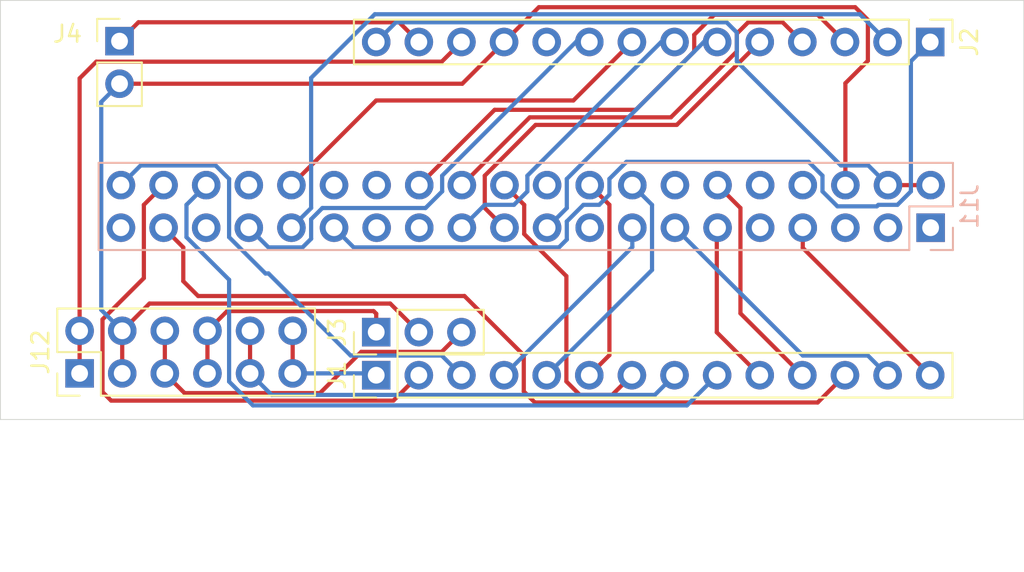
<source format=kicad_pcb>
(kicad_pcb (version 20171130) (host pcbnew 5.1.9-1.fc33)

  (general
    (thickness 1.6)
    (drawings 5)
    (tracks 173)
    (zones 0)
    (modules 6)
    (nets 30)
  )

  (page A4)
  (layers
    (0 F.Cu signal)
    (31 B.Cu signal)
    (32 B.Adhes user)
    (33 F.Adhes user)
    (34 B.Paste user)
    (35 F.Paste user)
    (36 B.SilkS user)
    (37 F.SilkS user)
    (38 B.Mask user)
    (39 F.Mask user)
    (40 Dwgs.User user)
    (41 Cmts.User user)
    (42 Eco1.User user)
    (43 Eco2.User user)
    (44 Edge.Cuts user)
    (45 Margin user)
    (46 B.CrtYd user)
    (47 F.CrtYd user)
    (48 B.Fab user)
    (49 F.Fab user)
  )

  (setup
    (last_trace_width 0.25)
    (trace_clearance 0.2)
    (zone_clearance 0.508)
    (zone_45_only no)
    (trace_min 0.2)
    (via_size 0.8)
    (via_drill 0.4)
    (via_min_size 0.4)
    (via_min_drill 0.3)
    (uvia_size 0.3)
    (uvia_drill 0.1)
    (uvias_allowed no)
    (uvia_min_size 0.2)
    (uvia_min_drill 0.1)
    (edge_width 0.05)
    (segment_width 0.2)
    (pcb_text_width 0.3)
    (pcb_text_size 1.5 1.5)
    (mod_edge_width 0.12)
    (mod_text_size 1 1)
    (mod_text_width 0.15)
    (pad_size 1.524 1.524)
    (pad_drill 0.762)
    (pad_to_mask_clearance 0)
    (aux_axis_origin 85 150)
    (grid_origin 85 150)
    (visible_elements FFFFFF7F)
    (pcbplotparams
      (layerselection 0x010fc_ffffffff)
      (usegerberextensions false)
      (usegerberattributes true)
      (usegerberadvancedattributes true)
      (creategerberjobfile true)
      (excludeedgelayer true)
      (linewidth 0.100000)
      (plotframeref false)
      (viasonmask false)
      (mode 1)
      (useauxorigin false)
      (hpglpennumber 1)
      (hpglpenspeed 20)
      (hpglpendiameter 15.000000)
      (psnegative false)
      (psa4output false)
      (plotreference true)
      (plotvalue true)
      (plotinvisibletext false)
      (padsonsilk false)
      (subtractmaskfromsilk false)
      (outputformat 1)
      (mirror false)
      (drillshape 0)
      (scaleselection 1)
      (outputdirectory "gerbers/"))
  )

  (net 0 "")
  (net 1 /GPIO0)
  (net 2 /XLED0)
  (net 3 /XLED1)
  (net 4 /XLED2)
  (net 5 /XLED3)
  (net 6 /XLED4)
  (net 7 /XLED5)
  (net 8 /GPIO8)
  (net 9 /ROW0)
  (net 10 /ROW1)
  (net 11 /ROW2)
  (net 12 /COL0)
  (net 13 /COL1)
  (net 14 /COL2)
  (net 15 /VCC5)
  (net 16 /VIN)
  (net 17 /VCC33)
  (net 18 /GND)
  (net 19 /COL11)
  (net 20 /COL10)
  (net 21 /COL9)
  (net 22 /COL8)
  (net 23 /COL7)
  (net 24 /COL6)
  (net 25 /COL5)
  (net 26 /COL4)
  (net 27 /COL3)
  (net 28 /GPIO23)
  (net 29 /GPIO24)

  (net_class Default "This is the default net class."
    (clearance 0.2)
    (trace_width 0.25)
    (via_dia 0.8)
    (via_drill 0.4)
    (uvia_dia 0.3)
    (uvia_drill 0.1)
    (add_net /COL0)
    (add_net /COL1)
    (add_net /COL10)
    (add_net /COL11)
    (add_net /COL2)
    (add_net /COL3)
    (add_net /COL4)
    (add_net /COL5)
    (add_net /COL6)
    (add_net /COL7)
    (add_net /COL8)
    (add_net /COL9)
    (add_net /GND)
    (add_net /GPIO0)
    (add_net /GPIO23)
    (add_net /GPIO24)
    (add_net /GPIO8)
    (add_net /ROW0)
    (add_net /ROW1)
    (add_net /ROW2)
    (add_net /VCC33)
    (add_net /VCC5)
    (add_net /VIN)
    (add_net /XLED0)
    (add_net /XLED1)
    (add_net /XLED2)
    (add_net /XLED3)
    (add_net /XLED4)
    (add_net /XLED5)
  )

  (module Connector_PinHeader_2.54mm:PinHeader_1x14_P2.54mm_Vertical (layer F.Cu) (tedit 59FED5CC) (tstamp 5FBB27B8)
    (at 107.4 147.36 90)
    (descr "Through hole straight pin header, 1x14, 2.54mm pitch, single row")
    (tags "Through hole pin header THT 1x14 2.54mm single row")
    (path /5FBAC3D5)
    (fp_text reference J1 (at 0 -2.33 90) (layer F.SilkS)
      (effects (font (size 1 1) (thickness 0.15)))
    )
    (fp_text value Conn_01x14 (at 19.406999 1.259599 90) (layer F.Fab) hide
      (effects (font (size 1 1) (thickness 0.15)))
    )
    (fp_line (start -0.635 -1.27) (end 1.27 -1.27) (layer F.Fab) (width 0.1))
    (fp_line (start 1.27 -1.27) (end 1.27 34.29) (layer F.Fab) (width 0.1))
    (fp_line (start 1.27 34.29) (end -1.27 34.29) (layer F.Fab) (width 0.1))
    (fp_line (start -1.27 34.29) (end -1.27 -0.635) (layer F.Fab) (width 0.1))
    (fp_line (start -1.27 -0.635) (end -0.635 -1.27) (layer F.Fab) (width 0.1))
    (fp_line (start -1.33 34.35) (end 1.33 34.35) (layer F.SilkS) (width 0.12))
    (fp_line (start -1.33 1.27) (end -1.33 34.35) (layer F.SilkS) (width 0.12))
    (fp_line (start 1.33 1.27) (end 1.33 34.35) (layer F.SilkS) (width 0.12))
    (fp_line (start -1.33 1.27) (end 1.33 1.27) (layer F.SilkS) (width 0.12))
    (fp_line (start -1.33 0) (end -1.33 -1.33) (layer F.SilkS) (width 0.12))
    (fp_line (start -1.33 -1.33) (end 0 -1.33) (layer F.SilkS) (width 0.12))
    (fp_line (start -1.8 -1.8) (end -1.8 34.8) (layer F.CrtYd) (width 0.05))
    (fp_line (start -1.8 34.8) (end 1.8 34.8) (layer F.CrtYd) (width 0.05))
    (fp_line (start 1.8 34.8) (end 1.8 -1.8) (layer F.CrtYd) (width 0.05))
    (fp_line (start 1.8 -1.8) (end -1.8 -1.8) (layer F.CrtYd) (width 0.05))
    (fp_text user %R (at 0 16.51) (layer F.Fab)
      (effects (font (size 1 1) (thickness 0.15)))
    )
    (pad 1 thru_hole rect (at 0 0 90) (size 1.7 1.7) (drill 1) (layers *.Cu *.Mask)
      (net 1 /GPIO0))
    (pad 2 thru_hole oval (at 0 2.54 90) (size 1.7 1.7) (drill 1) (layers *.Cu *.Mask)
      (net 2 /XLED0))
    (pad 3 thru_hole oval (at 0 5.08 90) (size 1.7 1.7) (drill 1) (layers *.Cu *.Mask)
      (net 3 /XLED1))
    (pad 4 thru_hole oval (at 0 7.62 90) (size 1.7 1.7) (drill 1) (layers *.Cu *.Mask)
      (net 4 /XLED2))
    (pad 5 thru_hole oval (at 0 10.16 90) (size 1.7 1.7) (drill 1) (layers *.Cu *.Mask)
      (net 5 /XLED3))
    (pad 6 thru_hole oval (at 0 12.7 90) (size 1.7 1.7) (drill 1) (layers *.Cu *.Mask)
      (net 6 /XLED4))
    (pad 7 thru_hole oval (at 0 15.24 90) (size 1.7 1.7) (drill 1) (layers *.Cu *.Mask)
      (net 7 /XLED5))
    (pad 8 thru_hole oval (at 0 17.78 90) (size 1.7 1.7) (drill 1) (layers *.Cu *.Mask)
      (net 8 /GPIO8))
    (pad 9 thru_hole oval (at 0 20.32 90) (size 1.7 1.7) (drill 1) (layers *.Cu *.Mask)
      (net 9 /ROW0))
    (pad 10 thru_hole oval (at 0 22.86 90) (size 1.7 1.7) (drill 1) (layers *.Cu *.Mask)
      (net 10 /ROW1))
    (pad 11 thru_hole oval (at 0 25.4 90) (size 1.7 1.7) (drill 1) (layers *.Cu *.Mask)
      (net 11 /ROW2))
    (pad 12 thru_hole oval (at 0 27.94 90) (size 1.7 1.7) (drill 1) (layers *.Cu *.Mask)
      (net 12 /COL0))
    (pad 13 thru_hole oval (at 0 30.48 90) (size 1.7 1.7) (drill 1) (layers *.Cu *.Mask)
      (net 13 /COL1))
    (pad 14 thru_hole oval (at 0 33.02 90) (size 1.7 1.7) (drill 1) (layers *.Cu *.Mask)
      (net 14 /COL2))
    (model ${KISYS3DMOD}/Connector_PinHeader_2.54mm.3dshapes/PinHeader_1x14_P2.54mm_Vertical.wrl
      (at (xyz 0 0 0))
      (scale (xyz 1 1 1))
      (rotate (xyz 0 0 0))
    )
  )

  (module Connector_PinHeader_2.54mm:PinHeader_1x14_P2.54mm_Vertical (layer F.Cu) (tedit 59FED5CC) (tstamp 5FBB1701)
    (at 140.42 127.48 270)
    (descr "Through hole straight pin header, 1x14, 2.54mm pitch, single row")
    (tags "Through hole pin header THT 1x14 2.54mm single row")
    (path /5FBAF689)
    (fp_text reference J2 (at 0 -2.33 90) (layer F.SilkS)
      (effects (font (size 1 1) (thickness 0.15)))
    )
    (fp_text value Conn_01x14 (at 0 35.35 90) (layer F.Fab) hide
      (effects (font (size 1 1) (thickness 0.15)))
    )
    (fp_line (start 1.8 -1.8) (end -1.8 -1.8) (layer F.CrtYd) (width 0.05))
    (fp_line (start 1.8 34.8) (end 1.8 -1.8) (layer F.CrtYd) (width 0.05))
    (fp_line (start -1.8 34.8) (end 1.8 34.8) (layer F.CrtYd) (width 0.05))
    (fp_line (start -1.8 -1.8) (end -1.8 34.8) (layer F.CrtYd) (width 0.05))
    (fp_line (start -1.33 -1.33) (end 0 -1.33) (layer F.SilkS) (width 0.12))
    (fp_line (start -1.33 0) (end -1.33 -1.33) (layer F.SilkS) (width 0.12))
    (fp_line (start -1.33 1.27) (end 1.33 1.27) (layer F.SilkS) (width 0.12))
    (fp_line (start 1.33 1.27) (end 1.33 34.35) (layer F.SilkS) (width 0.12))
    (fp_line (start -1.33 1.27) (end -1.33 34.35) (layer F.SilkS) (width 0.12))
    (fp_line (start -1.33 34.35) (end 1.33 34.35) (layer F.SilkS) (width 0.12))
    (fp_line (start -1.27 -0.635) (end -0.635 -1.27) (layer F.Fab) (width 0.1))
    (fp_line (start -1.27 34.29) (end -1.27 -0.635) (layer F.Fab) (width 0.1))
    (fp_line (start 1.27 34.29) (end -1.27 34.29) (layer F.Fab) (width 0.1))
    (fp_line (start 1.27 -1.27) (end 1.27 34.29) (layer F.Fab) (width 0.1))
    (fp_line (start -0.635 -1.27) (end 1.27 -1.27) (layer F.Fab) (width 0.1))
    (fp_text user %R (at 0 16.51) (layer F.Fab)
      (effects (font (size 1 1) (thickness 0.15)))
    )
    (pad 14 thru_hole oval (at 0 33.02 270) (size 1.7 1.7) (drill 1) (layers *.Cu *.Mask)
      (net 15 /VCC5))
    (pad 13 thru_hole oval (at 0 30.48 270) (size 1.7 1.7) (drill 1) (layers *.Cu *.Mask)
      (net 16 /VIN))
    (pad 12 thru_hole oval (at 0 27.94 270) (size 1.7 1.7) (drill 1) (layers *.Cu *.Mask)
      (net 17 /VCC33))
    (pad 11 thru_hole oval (at 0 25.4 270) (size 1.7 1.7) (drill 1) (layers *.Cu *.Mask)
      (net 18 /GND))
    (pad 10 thru_hole oval (at 0 22.86 270) (size 1.7 1.7) (drill 1) (layers *.Cu *.Mask))
    (pad 9 thru_hole oval (at 0 20.32 270) (size 1.7 1.7) (drill 1) (layers *.Cu *.Mask)
      (net 19 /COL11))
    (pad 8 thru_hole oval (at 0 17.78 270) (size 1.7 1.7) (drill 1) (layers *.Cu *.Mask)
      (net 20 /COL10))
    (pad 7 thru_hole oval (at 0 15.24 270) (size 1.7 1.7) (drill 1) (layers *.Cu *.Mask)
      (net 21 /COL9))
    (pad 6 thru_hole oval (at 0 12.7 270) (size 1.7 1.7) (drill 1) (layers *.Cu *.Mask)
      (net 22 /COL8))
    (pad 5 thru_hole oval (at 0 10.16 270) (size 1.7 1.7) (drill 1) (layers *.Cu *.Mask)
      (net 23 /COL7))
    (pad 4 thru_hole oval (at 0 7.62 270) (size 1.7 1.7) (drill 1) (layers *.Cu *.Mask)
      (net 24 /COL6))
    (pad 3 thru_hole oval (at 0 5.08 270) (size 1.7 1.7) (drill 1) (layers *.Cu *.Mask)
      (net 25 /COL5))
    (pad 2 thru_hole oval (at 0 2.54 270) (size 1.7 1.7) (drill 1) (layers *.Cu *.Mask)
      (net 26 /COL4))
    (pad 1 thru_hole rect (at 0 0 270) (size 1.7 1.7) (drill 1) (layers *.Cu *.Mask)
      (net 27 /COL3))
    (model ${KISYS3DMOD}/Connector_PinHeader_2.54mm.3dshapes/PinHeader_1x14_P2.54mm_Vertical.wrl
      (at (xyz 0 0 0))
      (scale (xyz 1 1 1))
      (rotate (xyz 0 0 0))
    )
  )

  (module Connector_PinHeader_2.54mm:PinHeader_1x03_P2.54mm_Vertical (layer F.Cu) (tedit 59FED5CC) (tstamp 5FBB2464)
    (at 107.4 144.79 90)
    (descr "Through hole straight pin header, 1x03, 2.54mm pitch, single row")
    (tags "Through hole pin header THT 1x03 2.54mm single row")
    (path /5FBBA441)
    (fp_text reference J3 (at 0 -2.33 90) (layer F.SilkS)
      (effects (font (size 1 1) (thickness 0.15)))
    )
    (fp_text value Conn_01x03 (at 0 7.41 90) (layer F.Fab) hide
      (effects (font (size 1 1) (thickness 0.15)))
    )
    (fp_line (start -0.635 -1.27) (end 1.27 -1.27) (layer F.Fab) (width 0.1))
    (fp_line (start 1.27 -1.27) (end 1.27 6.35) (layer F.Fab) (width 0.1))
    (fp_line (start 1.27 6.35) (end -1.27 6.35) (layer F.Fab) (width 0.1))
    (fp_line (start -1.27 6.35) (end -1.27 -0.635) (layer F.Fab) (width 0.1))
    (fp_line (start -1.27 -0.635) (end -0.635 -1.27) (layer F.Fab) (width 0.1))
    (fp_line (start -1.33 6.41) (end 1.33 6.41) (layer F.SilkS) (width 0.12))
    (fp_line (start -1.33 1.27) (end -1.33 6.41) (layer F.SilkS) (width 0.12))
    (fp_line (start 1.33 1.27) (end 1.33 6.41) (layer F.SilkS) (width 0.12))
    (fp_line (start -1.33 1.27) (end 1.33 1.27) (layer F.SilkS) (width 0.12))
    (fp_line (start -1.33 0) (end -1.33 -1.33) (layer F.SilkS) (width 0.12))
    (fp_line (start -1.33 -1.33) (end 0 -1.33) (layer F.SilkS) (width 0.12))
    (fp_line (start -1.8 -1.8) (end -1.8 6.85) (layer F.CrtYd) (width 0.05))
    (fp_line (start -1.8 6.85) (end 1.8 6.85) (layer F.CrtYd) (width 0.05))
    (fp_line (start 1.8 6.85) (end 1.8 -1.8) (layer F.CrtYd) (width 0.05))
    (fp_line (start 1.8 -1.8) (end -1.8 -1.8) (layer F.CrtYd) (width 0.05))
    (fp_text user %R (at 0 2.54) (layer F.Fab)
      (effects (font (size 1 1) (thickness 0.15)))
    )
    (pad 1 thru_hole rect (at 0 0 90) (size 1.7 1.7) (drill 1) (layers *.Cu *.Mask)
      (net 28 /GPIO23))
    (pad 2 thru_hole oval (at 0 2.54 90) (size 1.7 1.7) (drill 1) (layers *.Cu *.Mask)
      (net 18 /GND))
    (pad 3 thru_hole oval (at 0 5.08 90) (size 1.7 1.7) (drill 1) (layers *.Cu *.Mask)
      (net 29 /GPIO24))
    (model ${KISYS3DMOD}/Connector_PinHeader_2.54mm.3dshapes/PinHeader_1x03_P2.54mm_Vertical.wrl
      (at (xyz 0 0 0))
      (scale (xyz 1 1 1))
      (rotate (xyz 0 0 0))
    )
  )

  (module Connector_PinHeader_2.54mm:PinHeader_1x02_P2.54mm_Vertical (layer F.Cu) (tedit 59FED5CC) (tstamp 5FBB172E)
    (at 92.1 127.43)
    (descr "Through hole straight pin header, 1x02, 2.54mm pitch, single row")
    (tags "Through hole pin header THT 1x02 2.54mm single row")
    (path /5FC5FB85)
    (fp_text reference J4 (at -3.1 -0.43) (layer F.SilkS)
      (effects (font (size 1 1) (thickness 0.15)))
    )
    (fp_text value Conn_01x02 (at 0 4.87) (layer F.Fab) hide
      (effects (font (size 1 1) (thickness 0.15)))
    )
    (fp_line (start -0.635 -1.27) (end 1.27 -1.27) (layer F.Fab) (width 0.1))
    (fp_line (start 1.27 -1.27) (end 1.27 3.81) (layer F.Fab) (width 0.1))
    (fp_line (start 1.27 3.81) (end -1.27 3.81) (layer F.Fab) (width 0.1))
    (fp_line (start -1.27 3.81) (end -1.27 -0.635) (layer F.Fab) (width 0.1))
    (fp_line (start -1.27 -0.635) (end -0.635 -1.27) (layer F.Fab) (width 0.1))
    (fp_line (start -1.33 3.87) (end 1.33 3.87) (layer F.SilkS) (width 0.12))
    (fp_line (start -1.33 1.27) (end -1.33 3.87) (layer F.SilkS) (width 0.12))
    (fp_line (start 1.33 1.27) (end 1.33 3.87) (layer F.SilkS) (width 0.12))
    (fp_line (start -1.33 1.27) (end 1.33 1.27) (layer F.SilkS) (width 0.12))
    (fp_line (start -1.33 0) (end -1.33 -1.33) (layer F.SilkS) (width 0.12))
    (fp_line (start -1.33 -1.33) (end 0 -1.33) (layer F.SilkS) (width 0.12))
    (fp_line (start -1.8 -1.8) (end -1.8 4.35) (layer F.CrtYd) (width 0.05))
    (fp_line (start -1.8 4.35) (end 1.8 4.35) (layer F.CrtYd) (width 0.05))
    (fp_line (start 1.8 4.35) (end 1.8 -1.8) (layer F.CrtYd) (width 0.05))
    (fp_line (start 1.8 -1.8) (end -1.8 -1.8) (layer F.CrtYd) (width 0.05))
    (fp_text user %R (at 0 1.27 90) (layer F.Fab)
      (effects (font (size 1 1) (thickness 0.15)))
    )
    (pad 1 thru_hole rect (at 0 0) (size 1.7 1.7) (drill 1) (layers *.Cu *.Mask)
      (net 16 /VIN))
    (pad 2 thru_hole oval (at 0 2.54) (size 1.7 1.7) (drill 1) (layers *.Cu *.Mask)
      (net 18 /GND))
    (model ${KISYS3DMOD}/Connector_PinHeader_2.54mm.3dshapes/PinHeader_1x02_P2.54mm_Vertical.wrl
      (at (xyz 0 0 0))
      (scale (xyz 1 1 1))
      (rotate (xyz 0 0 0))
    )
  )

  (module Connector_PinHeader_2.54mm:PinHeader_2x20_P2.54mm_Vertical (layer B.Cu) (tedit 59FED5CC) (tstamp 5FBB28E5)
    (at 140.445 138.56 90)
    (descr "Through hole straight pin header, 2x20, 2.54mm pitch, double rows")
    (tags "Through hole pin header THT 2x20 2.54mm double row")
    (path /5FBC1CCF)
    (fp_text reference J11 (at 1.27 2.33 90) (layer B.SilkS)
      (effects (font (size 1 1) (thickness 0.15)) (justify mirror))
    )
    (fp_text value Conn_02x20_Odd_Even (at 1.27 -50.59 90) (layer B.Fab) hide
      (effects (font (size 1 1) (thickness 0.15)) (justify mirror))
    )
    (fp_line (start 0 1.27) (end 3.81 1.27) (layer B.Fab) (width 0.1))
    (fp_line (start 3.81 1.27) (end 3.81 -49.53) (layer B.Fab) (width 0.1))
    (fp_line (start 3.81 -49.53) (end -1.27 -49.53) (layer B.Fab) (width 0.1))
    (fp_line (start -1.27 -49.53) (end -1.27 0) (layer B.Fab) (width 0.1))
    (fp_line (start -1.27 0) (end 0 1.27) (layer B.Fab) (width 0.1))
    (fp_line (start -1.33 -49.59) (end 3.87 -49.59) (layer B.SilkS) (width 0.12))
    (fp_line (start -1.33 -1.27) (end -1.33 -49.59) (layer B.SilkS) (width 0.12))
    (fp_line (start 3.87 1.33) (end 3.87 -49.59) (layer B.SilkS) (width 0.12))
    (fp_line (start -1.33 -1.27) (end 1.27 -1.27) (layer B.SilkS) (width 0.12))
    (fp_line (start 1.27 -1.27) (end 1.27 1.33) (layer B.SilkS) (width 0.12))
    (fp_line (start 1.27 1.33) (end 3.87 1.33) (layer B.SilkS) (width 0.12))
    (fp_line (start -1.33 0) (end -1.33 1.33) (layer B.SilkS) (width 0.12))
    (fp_line (start -1.33 1.33) (end 0 1.33) (layer B.SilkS) (width 0.12))
    (fp_line (start -1.8 1.8) (end -1.8 -50.05) (layer B.CrtYd) (width 0.05))
    (fp_line (start -1.8 -50.05) (end 4.35 -50.05) (layer B.CrtYd) (width 0.05))
    (fp_line (start 4.35 -50.05) (end 4.35 1.8) (layer B.CrtYd) (width 0.05))
    (fp_line (start 4.35 1.8) (end -1.8 1.8) (layer B.CrtYd) (width 0.05))
    (fp_text user %R (at 1.27 -24.13 180) (layer B.Fab)
      (effects (font (size 1 1) (thickness 0.15)) (justify mirror))
    )
    (pad 1 thru_hole rect (at 0 0 90) (size 1.7 1.7) (drill 1) (layers *.Cu *.Mask))
    (pad 2 thru_hole oval (at 2.54 0 90) (size 1.7 1.7) (drill 1) (layers *.Cu *.Mask)
      (net 15 /VCC5))
    (pad 3 thru_hole oval (at 0 -2.54 90) (size 1.7 1.7) (drill 1) (layers *.Cu *.Mask))
    (pad 4 thru_hole oval (at 2.54 -2.54 90) (size 1.7 1.7) (drill 1) (layers *.Cu *.Mask)
      (net 15 /VCC5))
    (pad 5 thru_hole oval (at 0 -5.08 90) (size 1.7 1.7) (drill 1) (layers *.Cu *.Mask))
    (pad 6 thru_hole oval (at 2.54 -5.08 90) (size 1.7 1.7) (drill 1) (layers *.Cu *.Mask)
      (net 18 /GND))
    (pad 7 thru_hole oval (at 0 -7.62 90) (size 1.7 1.7) (drill 1) (layers *.Cu *.Mask)
      (net 14 /COL2))
    (pad 8 thru_hole oval (at 2.54 -7.62 90) (size 1.7 1.7) (drill 1) (layers *.Cu *.Mask))
    (pad 9 thru_hole oval (at 0 -10.16 90) (size 1.7 1.7) (drill 1) (layers *.Cu *.Mask))
    (pad 10 thru_hole oval (at 2.54 -10.16 90) (size 1.7 1.7) (drill 1) (layers *.Cu *.Mask))
    (pad 11 thru_hole oval (at 0 -12.7 90) (size 1.7 1.7) (drill 1) (layers *.Cu *.Mask)
      (net 10 /ROW1))
    (pad 12 thru_hole oval (at 2.54 -12.7 90) (size 1.7 1.7) (drill 1) (layers *.Cu *.Mask)
      (net 11 /ROW2))
    (pad 13 thru_hole oval (at 0 -15.24 90) (size 1.7 1.7) (drill 1) (layers *.Cu *.Mask)
      (net 13 /COL1))
    (pad 14 thru_hole oval (at 2.54 -15.24 90) (size 1.7 1.7) (drill 1) (layers *.Cu *.Mask))
    (pad 15 thru_hole oval (at 0 -17.78 90) (size 1.7 1.7) (drill 1) (layers *.Cu *.Mask)
      (net 4 /XLED2))
    (pad 16 thru_hole oval (at 2.54 -17.78 90) (size 1.7 1.7) (drill 1) (layers *.Cu *.Mask)
      (net 5 /XLED3))
    (pad 17 thru_hole oval (at 0 -20.32 90) (size 1.7 1.7) (drill 1) (layers *.Cu *.Mask))
    (pad 18 thru_hole oval (at 2.54 -20.32 90) (size 1.7 1.7) (drill 1) (layers *.Cu *.Mask)
      (net 6 /XLED4))
    (pad 19 thru_hole oval (at 0 -22.86 90) (size 1.7 1.7) (drill 1) (layers *.Cu *.Mask)
      (net 22 /COL8))
    (pad 20 thru_hole oval (at 2.54 -22.86 90) (size 1.7 1.7) (drill 1) (layers *.Cu *.Mask))
    (pad 21 thru_hole oval (at 0 -25.4 90) (size 1.7 1.7) (drill 1) (layers *.Cu *.Mask)
      (net 23 /COL7))
    (pad 22 thru_hole oval (at 2.54 -25.4 90) (size 1.7 1.7) (drill 1) (layers *.Cu *.Mask)
      (net 7 /XLED5))
    (pad 23 thru_hole oval (at 0 -27.94 90) (size 1.7 1.7) (drill 1) (layers *.Cu *.Mask)
      (net 21 /COL9))
    (pad 24 thru_hole oval (at 2.54 -27.94 90) (size 1.7 1.7) (drill 1) (layers *.Cu *.Mask)
      (net 24 /COL6))
    (pad 25 thru_hole oval (at 0 -30.48 90) (size 1.7 1.7) (drill 1) (layers *.Cu *.Mask))
    (pad 26 thru_hole oval (at 2.54 -30.48 90) (size 1.7 1.7) (drill 1) (layers *.Cu *.Mask)
      (net 25 /COL5))
    (pad 27 thru_hole oval (at 0 -33.02 90) (size 1.7 1.7) (drill 1) (layers *.Cu *.Mask))
    (pad 28 thru_hole oval (at 2.54 -33.02 90) (size 1.7 1.7) (drill 1) (layers *.Cu *.Mask))
    (pad 29 thru_hole oval (at 0 -35.56 90) (size 1.7 1.7) (drill 1) (layers *.Cu *.Mask)
      (net 27 /COL3))
    (pad 30 thru_hole oval (at 2.54 -35.56 90) (size 1.7 1.7) (drill 1) (layers *.Cu *.Mask))
    (pad 31 thru_hole oval (at 0 -38.1 90) (size 1.7 1.7) (drill 1) (layers *.Cu *.Mask)
      (net 26 /COL4))
    (pad 32 thru_hole oval (at 2.54 -38.1 90) (size 1.7 1.7) (drill 1) (layers *.Cu *.Mask)
      (net 20 /COL10))
    (pad 33 thru_hole oval (at 0 -40.64 90) (size 1.7 1.7) (drill 1) (layers *.Cu *.Mask)
      (net 19 /COL11))
    (pad 34 thru_hole oval (at 2.54 -40.64 90) (size 1.7 1.7) (drill 1) (layers *.Cu *.Mask))
    (pad 35 thru_hole oval (at 0 -43.18 90) (size 1.7 1.7) (drill 1) (layers *.Cu *.Mask))
    (pad 36 thru_hole oval (at 2.54 -43.18 90) (size 1.7 1.7) (drill 1) (layers *.Cu *.Mask)
      (net 9 /ROW0))
    (pad 37 thru_hole oval (at 0 -45.72 90) (size 1.7 1.7) (drill 1) (layers *.Cu *.Mask)
      (net 12 /COL0))
    (pad 38 thru_hole oval (at 2.54 -45.72 90) (size 1.7 1.7) (drill 1) (layers *.Cu *.Mask)
      (net 2 /XLED0))
    (pad 39 thru_hole oval (at 0 -48.26 90) (size 1.7 1.7) (drill 1) (layers *.Cu *.Mask))
    (pad 40 thru_hole oval (at 2.54 -48.26 90) (size 1.7 1.7) (drill 1) (layers *.Cu *.Mask)
      (net 3 /XLED1))
    (model ${KISYS3DMOD}/Connector_PinHeader_2.54mm.3dshapes/PinHeader_2x20_P2.54mm_Vertical.wrl
      (at (xyz 0 0 0))
      (scale (xyz 1 1 1))
      (rotate (xyz 0 0 0))
    )
  )

  (module Connector_PinHeader_2.54mm:PinHeader_2x06_P2.54mm_Vertical (layer F.Cu) (tedit 59FED5CC) (tstamp 5FBB26CF)
    (at 89.72 147.25 90)
    (descr "Through hole straight pin header, 2x06, 2.54mm pitch, double rows")
    (tags "Through hole pin header THT 2x06 2.54mm double row")
    (path /5FC3548C)
    (fp_text reference J12 (at 1.27 -2.33 90) (layer F.SilkS)
      (effects (font (size 1 1) (thickness 0.15)))
    )
    (fp_text value Conn_02x06_Odd_Even (at 1.27 15.03 90) (layer F.Fab) hide
      (effects (font (size 1 1) (thickness 0.15)))
    )
    (fp_line (start 0 -1.27) (end 3.81 -1.27) (layer F.Fab) (width 0.1))
    (fp_line (start 3.81 -1.27) (end 3.81 13.97) (layer F.Fab) (width 0.1))
    (fp_line (start 3.81 13.97) (end -1.27 13.97) (layer F.Fab) (width 0.1))
    (fp_line (start -1.27 13.97) (end -1.27 0) (layer F.Fab) (width 0.1))
    (fp_line (start -1.27 0) (end 0 -1.27) (layer F.Fab) (width 0.1))
    (fp_line (start -1.33 14.03) (end 3.87 14.03) (layer F.SilkS) (width 0.12))
    (fp_line (start -1.33 1.27) (end -1.33 14.03) (layer F.SilkS) (width 0.12))
    (fp_line (start 3.87 -1.33) (end 3.87 14.03) (layer F.SilkS) (width 0.12))
    (fp_line (start -1.33 1.27) (end 1.27 1.27) (layer F.SilkS) (width 0.12))
    (fp_line (start 1.27 1.27) (end 1.27 -1.33) (layer F.SilkS) (width 0.12))
    (fp_line (start 1.27 -1.33) (end 3.87 -1.33) (layer F.SilkS) (width 0.12))
    (fp_line (start -1.33 0) (end -1.33 -1.33) (layer F.SilkS) (width 0.12))
    (fp_line (start -1.33 -1.33) (end 0 -1.33) (layer F.SilkS) (width 0.12))
    (fp_line (start -1.8 -1.8) (end -1.8 14.5) (layer F.CrtYd) (width 0.05))
    (fp_line (start -1.8 14.5) (end 4.35 14.5) (layer F.CrtYd) (width 0.05))
    (fp_line (start 4.35 14.5) (end 4.35 -1.8) (layer F.CrtYd) (width 0.05))
    (fp_line (start 4.35 -1.8) (end -1.8 -1.8) (layer F.CrtYd) (width 0.05))
    (fp_text user %R (at 1.27 6.35) (layer F.Fab)
      (effects (font (size 1 1) (thickness 0.15)))
    )
    (pad 1 thru_hole rect (at 0 0 90) (size 1.7 1.7) (drill 1) (layers *.Cu *.Mask)
      (net 17 /VCC33))
    (pad 2 thru_hole oval (at 2.54 0 90) (size 1.7 1.7) (drill 1) (layers *.Cu *.Mask)
      (net 17 /VCC33))
    (pad 3 thru_hole oval (at 0 2.54 90) (size 1.7 1.7) (drill 1) (layers *.Cu *.Mask)
      (net 18 /GND))
    (pad 4 thru_hole oval (at 2.54 2.54 90) (size 1.7 1.7) (drill 1) (layers *.Cu *.Mask)
      (net 18 /GND))
    (pad 5 thru_hole oval (at 0 5.08 90) (size 1.7 1.7) (drill 1) (layers *.Cu *.Mask)
      (net 29 /GPIO24))
    (pad 6 thru_hole oval (at 2.54 5.08 90) (size 1.7 1.7) (drill 1) (layers *.Cu *.Mask)
      (net 29 /GPIO24))
    (pad 7 thru_hole oval (at 0 7.62 90) (size 1.7 1.7) (drill 1) (layers *.Cu *.Mask)
      (net 28 /GPIO23))
    (pad 8 thru_hole oval (at 2.54 7.62 90) (size 1.7 1.7) (drill 1) (layers *.Cu *.Mask)
      (net 28 /GPIO23))
    (pad 9 thru_hole oval (at 0 10.16 90) (size 1.7 1.7) (drill 1) (layers *.Cu *.Mask)
      (net 8 /GPIO8))
    (pad 10 thru_hole oval (at 2.54 10.16 90) (size 1.7 1.7) (drill 1) (layers *.Cu *.Mask)
      (net 8 /GPIO8))
    (pad 11 thru_hole oval (at 0 12.7 90) (size 1.7 1.7) (drill 1) (layers *.Cu *.Mask)
      (net 1 /GPIO0))
    (pad 12 thru_hole oval (at 2.54 12.7 90) (size 1.7 1.7) (drill 1) (layers *.Cu *.Mask)
      (net 1 /GPIO0))
    (model ${KISYS3DMOD}/Connector_PinHeader_2.54mm.3dshapes/PinHeader_2x06_P2.54mm_Vertical.wrl
      (at (xyz 0 0 0))
      (scale (xyz 1 1 1))
      (rotate (xyz 0 0 0))
    )
  )

  (gr_text "Note - this is a redo of the ck1shim from Sytse van Slooten.\nThe holes should be in the exact right spots, but the tracks\nare somewhat different." (at 92.26 156.65) (layer Eco2.User)
    (effects (font (size 1 1) (thickness 0.15)) (justify left))
  )
  (gr_line (start 146 150) (end 85 150) (layer Edge.Cuts) (width 0.05) (tstamp 5FBB2C8A))
  (gr_line (start 146 125) (end 146 150) (layer Edge.Cuts) (width 0.05))
  (gr_line (start 85 125) (end 146 125) (layer Edge.Cuts) (width 0.05))
  (gr_line (start 85 150) (end 85 125) (layer Edge.Cuts) (width 0.05))

  (segment (start 102.42 144.71) (end 102.42 147.25) (width 0.25) (layer F.Cu) (net 1))
  (segment (start 107.29 147.25) (end 107.4 147.36) (width 0.25) (layer B.Cu) (net 1))
  (segment (start 102.42 147.25) (end 107.29 147.25) (width 0.25) (layer B.Cu) (net 1))
  (segment (start 93.549999 137.195001) (end 93.549999 141.565001) (width 0.25) (layer F.Cu) (net 2))
  (segment (start 94.725 136.02) (end 93.549999 137.195001) (width 0.25) (layer F.Cu) (net 2))
  (segment (start 91.084999 144.030001) (end 91.084999 148.359999) (width 0.25) (layer F.Cu) (net 2))
  (segment (start 93.549999 141.565001) (end 91.084999 144.030001) (width 0.25) (layer F.Cu) (net 2))
  (segment (start 108.424988 148.875012) (end 109.94 147.36) (width 0.25) (layer F.Cu) (net 2))
  (segment (start 91.600012 148.875012) (end 108.424988 148.875012) (width 0.25) (layer F.Cu) (net 2))
  (segment (start 91.084999 148.359999) (end 91.600012 148.875012) (width 0.25) (layer F.Cu) (net 2))
  (segment (start 93.360001 134.844999) (end 92.185 136.02) (width 0.25) (layer B.Cu) (net 3))
  (segment (start 97.829001 134.844999) (end 93.360001 134.844999) (width 0.25) (layer B.Cu) (net 3))
  (segment (start 98.629999 135.645997) (end 97.829001 134.844999) (width 0.25) (layer B.Cu) (net 3))
  (segment (start 98.629999 139.124001) (end 98.629999 135.645997) (width 0.25) (layer B.Cu) (net 3))
  (segment (start 100.795999 141.290001) (end 98.629999 139.124001) (width 0.25) (layer B.Cu) (net 3))
  (segment (start 100.980001 141.290001) (end 100.795999 141.290001) (width 0.25) (layer B.Cu) (net 3))
  (segment (start 105.874999 146.184999) (end 100.980001 141.290001) (width 0.25) (layer B.Cu) (net 3))
  (segment (start 111.304999 146.184999) (end 105.874999 146.184999) (width 0.25) (layer B.Cu) (net 3))
  (segment (start 112.48 147.36) (end 111.304999 146.184999) (width 0.25) (layer B.Cu) (net 3))
  (segment (start 122.665 139.715) (end 122.665 138.56) (width 0.25) (layer B.Cu) (net 4))
  (segment (start 115.02 147.36) (end 122.665 139.715) (width 0.25) (layer B.Cu) (net 4))
  (segment (start 123.840001 141.079999) (end 123.840001 137.195001) (width 0.25) (layer B.Cu) (net 5))
  (segment (start 123.840001 137.195001) (end 122.665 136.02) (width 0.25) (layer B.Cu) (net 5))
  (segment (start 117.56 147.36) (end 123.840001 141.079999) (width 0.25) (layer B.Cu) (net 5))
  (segment (start 121.300001 137.195001) (end 120.125 136.02) (width 0.25) (layer F.Cu) (net 6))
  (segment (start 121.300001 146.159999) (end 121.300001 137.195001) (width 0.25) (layer F.Cu) (net 6))
  (segment (start 120.1 147.36) (end 121.300001 146.159999) (width 0.25) (layer F.Cu) (net 6))
  (segment (start 116.220001 137.195001) (end 115.045 136.02) (width 0.25) (layer F.Cu) (net 7))
  (segment (start 116.220001 138.934003) (end 116.220001 137.195001) (width 0.25) (layer F.Cu) (net 7))
  (segment (start 118.735001 141.449003) (end 116.220001 138.934003) (width 0.25) (layer F.Cu) (net 7))
  (segment (start 118.735001 147.734003) (end 118.735001 141.449003) (width 0.25) (layer F.Cu) (net 7))
  (segment (start 119.535999 148.535001) (end 118.735001 147.734003) (width 0.25) (layer F.Cu) (net 7))
  (segment (start 121.464999 148.535001) (end 119.535999 148.535001) (width 0.25) (layer F.Cu) (net 7))
  (segment (start 122.64 147.36) (end 121.464999 148.535001) (width 0.25) (layer F.Cu) (net 7))
  (segment (start 99.88 144.71) (end 99.88 147.25) (width 0.25) (layer F.Cu) (net 8))
  (segment (start 101.165001 148.535001) (end 99.88 147.25) (width 0.25) (layer B.Cu) (net 8))
  (segment (start 124.004999 148.535001) (end 101.165001 148.535001) (width 0.25) (layer B.Cu) (net 8))
  (segment (start 125.18 147.36) (end 124.004999 148.535001) (width 0.25) (layer B.Cu) (net 8))
  (segment (start 98.629999 141.664001) (end 98.629999 147.739001) (width 0.25) (layer B.Cu) (net 9))
  (segment (start 96.089999 139.124001) (end 98.629999 141.664001) (width 0.25) (layer B.Cu) (net 9))
  (segment (start 97.265 136.02) (end 96.089999 137.195001) (width 0.25) (layer B.Cu) (net 9))
  (segment (start 96.089999 137.195001) (end 96.089999 139.124001) (width 0.25) (layer B.Cu) (net 9))
  (segment (start 125.92 149.16) (end 127.72 147.36) (width 0.25) (layer B.Cu) (net 9))
  (segment (start 98.629999 147.739001) (end 100.050998 149.16) (width 0.25) (layer B.Cu) (net 9))
  (segment (start 100.050998 149.16) (end 125.92 149.16) (width 0.25) (layer B.Cu) (net 9))
  (segment (start 130.26 147.36) (end 127.7 144.8) (width 0.25) (layer F.Cu) (net 10))
  (segment (start 127.7 138.605) (end 127.745 138.56) (width 0.25) (layer F.Cu) (net 10))
  (segment (start 127.7 144.8) (end 127.7 138.605) (width 0.25) (layer F.Cu) (net 10))
  (segment (start 129.109999 137.384999) (end 127.745 136.02) (width 0.25) (layer F.Cu) (net 11))
  (segment (start 129.109999 143.669999) (end 129.109999 137.384999) (width 0.25) (layer F.Cu) (net 11))
  (segment (start 132.8 147.36) (end 129.109999 143.669999) (width 0.25) (layer F.Cu) (net 11))
  (segment (start 95.900001 139.735001) (end 95.900001 141.750001) (width 0.25) (layer F.Cu) (net 12))
  (segment (start 94.725 138.56) (end 95.900001 139.735001) (width 0.25) (layer F.Cu) (net 12))
  (segment (start 96.784977 142.634977) (end 112.659977 142.634977) (width 0.25) (layer F.Cu) (net 12))
  (segment (start 95.900001 141.750001) (end 96.784977 142.634977) (width 0.25) (layer F.Cu) (net 12))
  (segment (start 116.195001 146.170001) (end 116.195001 148.325001) (width 0.25) (layer F.Cu) (net 12))
  (segment (start 112.659977 142.634977) (end 116.195001 146.170001) (width 0.25) (layer F.Cu) (net 12))
  (segment (start 133.714988 148.985012) (end 135.34 147.36) (width 0.25) (layer F.Cu) (net 12))
  (segment (start 116.855012 148.985012) (end 133.714988 148.985012) (width 0.25) (layer F.Cu) (net 12))
  (segment (start 116.195001 148.325001) (end 116.855012 148.985012) (width 0.25) (layer F.Cu) (net 12))
  (segment (start 132.829999 146.184999) (end 125.205 138.56) (width 0.25) (layer B.Cu) (net 13))
  (segment (start 136.704999 146.184999) (end 132.829999 146.184999) (width 0.25) (layer B.Cu) (net 13))
  (segment (start 137.88 147.36) (end 136.704999 146.184999) (width 0.25) (layer B.Cu) (net 13))
  (segment (start 132.825 139.765) (end 140.42 147.36) (width 0.25) (layer F.Cu) (net 14))
  (segment (start 132.825 138.56) (end 132.825 139.765) (width 0.25) (layer F.Cu) (net 14))
  (segment (start 137.905 136.02) (end 140.445 136.02) (width 0.25) (layer F.Cu) (net 15))
  (segment (start 136.729999 134.844999) (end 135.099999 134.844999) (width 0.25) (layer B.Cu) (net 15))
  (segment (start 137.905 136.02) (end 136.729999 134.844999) (width 0.25) (layer B.Cu) (net 15))
  (segment (start 108.575001 126.304999) (end 107.4 127.48) (width 0.25) (layer B.Cu) (net 15))
  (segment (start 128.284001 126.304999) (end 108.575001 126.304999) (width 0.25) (layer B.Cu) (net 15))
  (segment (start 128.895001 126.915999) (end 128.284001 126.304999) (width 0.25) (layer B.Cu) (net 15))
  (segment (start 128.895001 128.640001) (end 128.895001 126.915999) (width 0.25) (layer B.Cu) (net 15))
  (segment (start 135.099999 134.844999) (end 128.895001 128.640001) (width 0.25) (layer B.Cu) (net 15))
  (segment (start 93.225001 126.304999) (end 92.1 127.43) (width 0.25) (layer F.Cu) (net 16))
  (segment (start 108.764999 126.304999) (end 93.225001 126.304999) (width 0.25) (layer F.Cu) (net 16))
  (segment (start 109.94 127.48) (end 108.764999 126.304999) (width 0.25) (layer F.Cu) (net 16))
  (segment (start 89.72 144.71) (end 89.72 147.25) (width 0.25) (layer F.Cu) (net 17))
  (segment (start 111.304999 128.655001) (end 90.714999 128.655001) (width 0.25) (layer F.Cu) (net 17))
  (segment (start 112.48 127.48) (end 111.304999 128.655001) (width 0.25) (layer F.Cu) (net 17))
  (segment (start 89.72 129.65) (end 89.72 144.71) (width 0.25) (layer F.Cu) (net 17))
  (segment (start 90.714999 128.655001) (end 89.72 129.65) (width 0.25) (layer F.Cu) (net 17))
  (segment (start 92.26 147.25) (end 92.26 144.71) (width 0.25) (layer F.Cu) (net 18))
  (segment (start 93.885012 143.084988) (end 92.26 144.71) (width 0.25) (layer F.Cu) (net 18))
  (segment (start 108.234988 143.084988) (end 93.885012 143.084988) (width 0.25) (layer F.Cu) (net 18))
  (segment (start 109.94 144.79) (end 108.234988 143.084988) (width 0.25) (layer F.Cu) (net 18))
  (segment (start 135.365 136.02) (end 135.365 129.94) (width 0.25) (layer F.Cu) (net 18))
  (segment (start 136.704999 128.600001) (end 136.704999 126.160001) (width 0.25) (layer F.Cu) (net 18))
  (segment (start 135.365 129.94) (end 136.704999 128.600001) (width 0.25) (layer F.Cu) (net 18))
  (segment (start 117.095023 125.404977) (end 115.02 127.48) (width 0.25) (layer F.Cu) (net 18))
  (segment (start 135.949975 125.404977) (end 117.095023 125.404977) (width 0.25) (layer F.Cu) (net 18))
  (segment (start 136.704999 126.160001) (end 135.949975 125.404977) (width 0.25) (layer F.Cu) (net 18))
  (segment (start 112.53 129.97) (end 92.1 129.97) (width 0.25) (layer F.Cu) (net 18))
  (segment (start 115.02 127.48) (end 112.53 129.97) (width 0.25) (layer F.Cu) (net 18))
  (segment (start 91.009999 143.459999) (end 92.26 144.71) (width 0.25) (layer B.Cu) (net 18))
  (segment (start 91.009999 131.060001) (end 91.009999 143.459999) (width 0.25) (layer B.Cu) (net 18))
  (segment (start 92.1 129.97) (end 91.009999 131.060001) (width 0.25) (layer B.Cu) (net 18))
  (segment (start 100.980001 139.735001) (end 103.004999 139.735001) (width 0.25) (layer B.Cu) (net 19))
  (segment (start 99.805 138.56) (end 100.980001 139.735001) (width 0.25) (layer B.Cu) (net 19))
  (segment (start 103.520001 139.219999) (end 103.520001 138.054999) (width 0.25) (layer B.Cu) (net 19))
  (segment (start 103.004999 139.735001) (end 103.520001 139.219999) (width 0.25) (layer B.Cu) (net 19))
  (segment (start 111.329999 135.455999) (end 119.305998 127.48) (width 0.25) (layer B.Cu) (net 19))
  (segment (start 111.329999 136.394003) (end 111.329999 135.455999) (width 0.25) (layer B.Cu) (net 19))
  (segment (start 110.339003 137.384999) (end 111.329999 136.394003) (width 0.25) (layer B.Cu) (net 19))
  (segment (start 104.190001 137.384999) (end 110.339003 137.384999) (width 0.25) (layer B.Cu) (net 19))
  (segment (start 119.305998 127.48) (end 120.1 127.48) (width 0.25) (layer B.Cu) (net 19))
  (segment (start 103.520001 138.054999) (end 104.190001 137.384999) (width 0.25) (layer B.Cu) (net 19))
  (segment (start 122.64 127.48) (end 119.15 130.97) (width 0.25) (layer F.Cu) (net 20))
  (segment (start 107.395 130.97) (end 102.345 136.02) (width 0.25) (layer F.Cu) (net 20))
  (segment (start 119.15 130.97) (end 107.395 130.97) (width 0.25) (layer F.Cu) (net 20))
  (segment (start 124.385998 127.48) (end 125.18 127.48) (width 0.25) (layer B.Cu) (net 21))
  (segment (start 116.409999 136.394003) (end 116.409999 135.455999) (width 0.25) (layer B.Cu) (net 21))
  (segment (start 115.609001 137.195001) (end 116.409999 136.394003) (width 0.25) (layer B.Cu) (net 21))
  (segment (start 113.869999 137.195001) (end 115.609001 137.195001) (width 0.25) (layer B.Cu) (net 21))
  (segment (start 116.409999 135.455999) (end 124.385998 127.48) (width 0.25) (layer B.Cu) (net 21))
  (segment (start 112.505 138.56) (end 113.869999 137.195001) (width 0.25) (layer B.Cu) (net 21))
  (segment (start 126.925998 127.48) (end 127.72 127.48) (width 0.25) (layer B.Cu) (net 22))
  (segment (start 118.760001 135.645997) (end 126.925998 127.48) (width 0.25) (layer B.Cu) (net 22))
  (segment (start 118.760001 137.384999) (end 118.760001 135.645997) (width 0.25) (layer B.Cu) (net 22))
  (segment (start 117.585 138.56) (end 118.760001 137.384999) (width 0.25) (layer B.Cu) (net 22))
  (segment (start 125.314978 132.425022) (end 130.26 127.48) (width 0.25) (layer F.Cu) (net 23))
  (segment (start 116.900976 132.425022) (end 125.314978 132.425022) (width 0.25) (layer F.Cu) (net 23))
  (segment (start 113.869999 137.384999) (end 113.869999 135.455999) (width 0.25) (layer F.Cu) (net 23))
  (segment (start 115.045 138.56) (end 113.869999 137.384999) (width 0.25) (layer F.Cu) (net 23))
  (segment (start 113.869999 135.455999) (end 116.900976 132.425022) (width 0.25) (layer F.Cu) (net 23))
  (segment (start 124.963991 131.975011) (end 116.549989 131.975011) (width 0.25) (layer F.Cu) (net 24))
  (segment (start 128.895001 128.044001) (end 124.963991 131.975011) (width 0.25) (layer F.Cu) (net 24))
  (segment (start 116.549989 131.975011) (end 112.505 136.02) (width 0.25) (layer F.Cu) (net 24))
  (segment (start 128.895001 126.979999) (end 128.895001 128.044001) (width 0.25) (layer F.Cu) (net 24))
  (segment (start 131.624999 126.304999) (end 129.570001 126.304999) (width 0.25) (layer F.Cu) (net 24))
  (segment (start 132.8 127.48) (end 131.624999 126.304999) (width 0.25) (layer F.Cu) (net 24))
  (segment (start 129.570001 126.304999) (end 128.895001 126.979999) (width 0.25) (layer F.Cu) (net 24))
  (segment (start 133.714988 125.854988) (end 127.550012 125.854988) (width 0.25) (layer F.Cu) (net 25))
  (segment (start 135.34 127.48) (end 133.714988 125.854988) (width 0.25) (layer F.Cu) (net 25))
  (segment (start 126.355001 127.049999) (end 126.355001 128.044001) (width 0.25) (layer F.Cu) (net 25))
  (segment (start 126.355001 128.044001) (end 122.874002 131.525) (width 0.25) (layer F.Cu) (net 25))
  (segment (start 127.550012 125.854988) (end 126.355001 127.049999) (width 0.25) (layer F.Cu) (net 25))
  (segment (start 114.46 131.525) (end 109.965 136.02) (width 0.25) (layer F.Cu) (net 25))
  (segment (start 122.874002 131.525) (end 114.46 131.525) (width 0.25) (layer F.Cu) (net 25))
  (segment (start 137.88 127.48) (end 136.225 125.825) (width 0.25) (layer B.Cu) (net 26))
  (segment (start 103.520001 137.384999) (end 102.345 138.56) (width 0.25) (layer B.Cu) (net 26))
  (segment (start 103.520001 129.620997) (end 103.520001 137.384999) (width 0.25) (layer B.Cu) (net 26))
  (segment (start 107.315998 125.825) (end 103.520001 129.620997) (width 0.25) (layer B.Cu) (net 26))
  (segment (start 136.225 125.825) (end 107.315998 125.825) (width 0.25) (layer B.Cu) (net 26))
  (segment (start 138.469001 137.195001) (end 137.330001 137.195001) (width 0.25) (layer B.Cu) (net 27))
  (segment (start 139.269999 136.394003) (end 138.469001 137.195001) (width 0.25) (layer B.Cu) (net 27))
  (segment (start 139.269999 128.630001) (end 139.269999 136.394003) (width 0.25) (layer B.Cu) (net 27))
  (segment (start 140.42 127.48) (end 139.269999 128.630001) (width 0.25) (layer B.Cu) (net 27))
  (segment (start 137.330001 137.195001) (end 137.240002 137.285) (width 0.25) (layer B.Cu) (net 27))
  (segment (start 134.000001 136.394003) (end 134.000001 135.455999) (width 0.25) (layer B.Cu) (net 27))
  (segment (start 134.000001 135.455999) (end 133.174002 134.63) (width 0.25) (layer B.Cu) (net 27))
  (segment (start 134.890998 137.285) (end 134.000001 136.394003) (width 0.25) (layer B.Cu) (net 27))
  (segment (start 137.240002 137.285) (end 134.890998 137.285) (width 0.25) (layer B.Cu) (net 27))
  (segment (start 118.760001 138.185997) (end 118.760001 139.264999) (width 0.25) (layer B.Cu) (net 27))
  (segment (start 119.750997 137.195001) (end 118.760001 138.185997) (width 0.25) (layer B.Cu) (net 27))
  (segment (start 120.689001 137.195001) (end 119.750997 137.195001) (width 0.25) (layer B.Cu) (net 27))
  (segment (start 121.300001 136.584001) (end 120.689001 137.195001) (width 0.25) (layer B.Cu) (net 27))
  (segment (start 122.315998 134.63) (end 121.300001 135.645997) (width 0.25) (layer B.Cu) (net 27))
  (segment (start 121.300001 135.645997) (end 121.300001 136.584001) (width 0.25) (layer B.Cu) (net 27))
  (segment (start 133.174002 134.63) (end 122.315998 134.63) (width 0.25) (layer B.Cu) (net 27))
  (segment (start 106.060001 139.735001) (end 104.885 138.56) (width 0.25) (layer B.Cu) (net 27))
  (segment (start 118.289999 139.735001) (end 106.060001 139.735001) (width 0.25) (layer B.Cu) (net 27))
  (segment (start 118.760001 139.264999) (end 118.289999 139.735001) (width 0.25) (layer B.Cu) (net 27))
  (segment (start 97.34 144.71) (end 97.34 147.25) (width 0.25) (layer F.Cu) (net 28))
  (segment (start 98.515001 143.534999) (end 97.34 144.71) (width 0.25) (layer F.Cu) (net 28))
  (segment (start 107.244999 143.534999) (end 98.515001 143.534999) (width 0.25) (layer F.Cu) (net 28))
  (segment (start 107.4 143.69) (end 107.244999 143.534999) (width 0.25) (layer F.Cu) (net 28))
  (segment (start 107.4 144.79) (end 107.4 143.69) (width 0.25) (layer F.Cu) (net 28))
  (segment (start 94.8 144.71) (end 94.8 147.25) (width 0.25) (layer F.Cu) (net 29))
  (segment (start 111.304999 145.965001) (end 112.48 144.79) (width 0.25) (layer F.Cu) (net 29))
  (segment (start 106.509997 145.965001) (end 111.304999 145.965001) (width 0.25) (layer F.Cu) (net 29))
  (segment (start 104.049997 148.425001) (end 106.509997 145.965001) (width 0.25) (layer F.Cu) (net 29))
  (segment (start 95.975001 148.425001) (end 104.049997 148.425001) (width 0.25) (layer F.Cu) (net 29))
  (segment (start 94.8 147.25) (end 95.975001 148.425001) (width 0.25) (layer F.Cu) (net 29))

)

</source>
